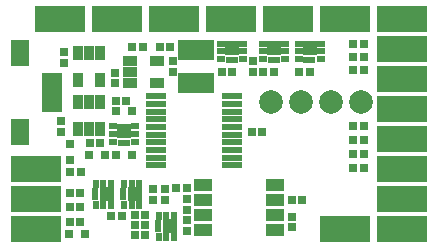
<source format=gts>
G04 #@! TF.FileFunction,Soldermask,Top*
%FSLAX46Y46*%
G04 Gerber Fmt 4.6, Leading zero omitted, Abs format (unit mm)*
G04 Created by KiCad (PCBNEW 4.0.6) date 11/02/17 10:09:17*
%MOMM*%
%LPD*%
G01*
G04 APERTURE LIST*
%ADD10C,0.200000*%
%ADD11R,1.700000X0.550000*%
%ADD12R,0.600000X0.700000*%
%ADD13R,1.300000X1.300000*%
%ADD14R,0.530000X1.085000*%
%ADD15R,0.700000X0.700000*%
%ADD16R,0.800000X0.800000*%
%ADD17R,3.100000X1.700000*%
%ADD18R,0.900000X1.200000*%
%ADD19R,1.200000X0.900000*%
%ADD20R,1.570000X1.000000*%
%ADD21R,0.700000X0.600000*%
%ADD22R,1.085000X0.530000*%
%ADD23R,1.650000X2.300000*%
%ADD24R,1.800000X0.700000*%
%ADD25R,4.300000X2.300000*%
%ADD26C,2.000000*%
G04 APERTURE END LIST*
D10*
D11*
X131200000Y-110150000D03*
X131200000Y-109500000D03*
X131200000Y-104300000D03*
X131200000Y-104950000D03*
X131200000Y-105600000D03*
X131200000Y-106250000D03*
X131200000Y-106900000D03*
X131200000Y-107550000D03*
X131200000Y-108200000D03*
X131200000Y-108850000D03*
X137600000Y-110150000D03*
X137600000Y-109500000D03*
X137600000Y-108850000D03*
X137600000Y-108200000D03*
X137600000Y-107550000D03*
X137600000Y-106900000D03*
X137600000Y-106250000D03*
X137600000Y-105600000D03*
X137600000Y-104950000D03*
X137600000Y-104300000D03*
D12*
X132731000Y-114396000D03*
X132081000Y-114396000D03*
X131431000Y-114396000D03*
X132731000Y-116246000D03*
X132081000Y-116246000D03*
X131431000Y-116246000D03*
D13*
X132361000Y-115316000D03*
D14*
X131341000Y-115296000D03*
D15*
X125225000Y-115951000D03*
X123825000Y-115951000D03*
D16*
X142700000Y-115400000D03*
X142700000Y-114500000D03*
X132900000Y-112100000D03*
X133800000Y-112100000D03*
X123400000Y-100550000D03*
X123400000Y-101450000D03*
X129200000Y-100100000D03*
X130100000Y-100100000D03*
X132600000Y-102200000D03*
X132600000Y-101300000D03*
D17*
X134620000Y-103200000D03*
X134620000Y-100400000D03*
D16*
X140200000Y-107300000D03*
X139300000Y-107300000D03*
X131981000Y-113050000D03*
X131981000Y-112150000D03*
D15*
X129200000Y-105550000D03*
X127800000Y-105550000D03*
X127800000Y-109300000D03*
X129200000Y-109300000D03*
X126900000Y-109300000D03*
X125500000Y-109300000D03*
X123931000Y-108300000D03*
X123931000Y-109700000D03*
D16*
X123150000Y-107300000D03*
X123150000Y-106400000D03*
X133800000Y-114800000D03*
X133800000Y-115700000D03*
X133800000Y-113000000D03*
X133800000Y-113900000D03*
X127700000Y-102300000D03*
X127700000Y-103200000D03*
X142700000Y-113100000D03*
X143600000Y-113100000D03*
X125600000Y-108250000D03*
X126500000Y-108250000D03*
X131500000Y-100100000D03*
X132400000Y-100100000D03*
X128700000Y-104700000D03*
X127800000Y-104700000D03*
X129400000Y-116050000D03*
X130300000Y-116050000D03*
X129400000Y-115200000D03*
X130300000Y-115200000D03*
X124781000Y-112500000D03*
X123881000Y-112500000D03*
X123881000Y-113700000D03*
X124781000Y-113700000D03*
X144200000Y-102200000D03*
X143300000Y-102200000D03*
X127381000Y-114450000D03*
X128281000Y-114450000D03*
X140300000Y-102200000D03*
X141200000Y-102200000D03*
X136765000Y-102200000D03*
X137665000Y-102200000D03*
X124831000Y-110700000D03*
X123931000Y-110700000D03*
X124781000Y-114950000D03*
X123881000Y-114950000D03*
X130981000Y-113050000D03*
X130981000Y-112150000D03*
X129400000Y-114350000D03*
X130300000Y-114350000D03*
D18*
X126500000Y-104800000D03*
X125550000Y-104800000D03*
X124600000Y-104800000D03*
X124600000Y-107100000D03*
X125550000Y-107100000D03*
X126500000Y-107100000D03*
D19*
X129000000Y-101300000D03*
X129000000Y-102250000D03*
X129000000Y-103200000D03*
X131300000Y-103200000D03*
X131300000Y-101300000D03*
D20*
X141296000Y-115600000D03*
X141296000Y-114330000D03*
X141296000Y-113060000D03*
X141296000Y-111790000D03*
X135200000Y-111790000D03*
X135200000Y-113060000D03*
X135200000Y-114330000D03*
X135200000Y-115600000D03*
D18*
X126500000Y-100600000D03*
X125550000Y-100600000D03*
X124600000Y-100600000D03*
X124600000Y-102900000D03*
X126500000Y-102900000D03*
D21*
X127580000Y-106830000D03*
X127580000Y-107480000D03*
X127580000Y-108130000D03*
X129430000Y-106830000D03*
X129430000Y-107480000D03*
X129430000Y-108130000D03*
D13*
X128500000Y-107200000D03*
D22*
X128480000Y-108220000D03*
D12*
X127401000Y-111680000D03*
X126751000Y-111680000D03*
X126101000Y-111680000D03*
X127401000Y-113530000D03*
X126751000Y-113530000D03*
X126101000Y-113530000D03*
D13*
X127031000Y-112600000D03*
D14*
X126011000Y-112580000D03*
D21*
X143280000Y-99830000D03*
X143280000Y-100480000D03*
X143280000Y-101130000D03*
X145130000Y-99830000D03*
X145130000Y-100480000D03*
X145130000Y-101130000D03*
D13*
X144200000Y-100200000D03*
D22*
X144180000Y-101220000D03*
D21*
X140280000Y-99830000D03*
X140280000Y-100480000D03*
X140280000Y-101130000D03*
X142130000Y-99830000D03*
X142130000Y-100480000D03*
X142130000Y-101130000D03*
D13*
X141200000Y-100200000D03*
D22*
X141180000Y-101220000D03*
D12*
X129801000Y-111680000D03*
X129151000Y-111680000D03*
X128501000Y-111680000D03*
X129801000Y-113530000D03*
X129151000Y-113530000D03*
X128501000Y-113530000D03*
D13*
X129431000Y-112600000D03*
D14*
X128411000Y-112580000D03*
D21*
X136745000Y-99830000D03*
X136745000Y-100480000D03*
X136745000Y-101130000D03*
X138595000Y-99830000D03*
X138595000Y-100480000D03*
X138595000Y-101130000D03*
D13*
X137665000Y-100200000D03*
D22*
X137645000Y-101220000D03*
D23*
X119700000Y-100600000D03*
D24*
X122400000Y-105250000D03*
X122400000Y-104600000D03*
X122400000Y-103950000D03*
X122400000Y-103300000D03*
X122400000Y-102650000D03*
D23*
X119700000Y-107300000D03*
D25*
X147193000Y-115570000D03*
X127889000Y-97790000D03*
X123063000Y-97790000D03*
X132715000Y-97790000D03*
X137541000Y-97790000D03*
X142367000Y-97790000D03*
X147193000Y-97790000D03*
X121031000Y-110490000D03*
X121031000Y-115570000D03*
X121031000Y-113030000D03*
D26*
X148590000Y-104775000D03*
X146050000Y-104775000D03*
X140970000Y-104775000D03*
X143510000Y-104775000D03*
D16*
X147900000Y-110400000D03*
X148800000Y-110400000D03*
X147900000Y-109200000D03*
X148800000Y-109200000D03*
X147900000Y-108000000D03*
X148800000Y-108000000D03*
X147900000Y-106800000D03*
X148800000Y-106800000D03*
X147900000Y-102100000D03*
X148800000Y-102100000D03*
X147900000Y-101000000D03*
X148800000Y-101000000D03*
X147900000Y-99900000D03*
X148800000Y-99900000D03*
D25*
X152019000Y-113030000D03*
X152019000Y-110490000D03*
X152019000Y-107950000D03*
X152019000Y-105410000D03*
X152019000Y-102870000D03*
X152019000Y-100330000D03*
X152019000Y-97790000D03*
X152019000Y-115570000D03*
D16*
X139400000Y-101300000D03*
X139400000Y-102200000D03*
M02*

</source>
